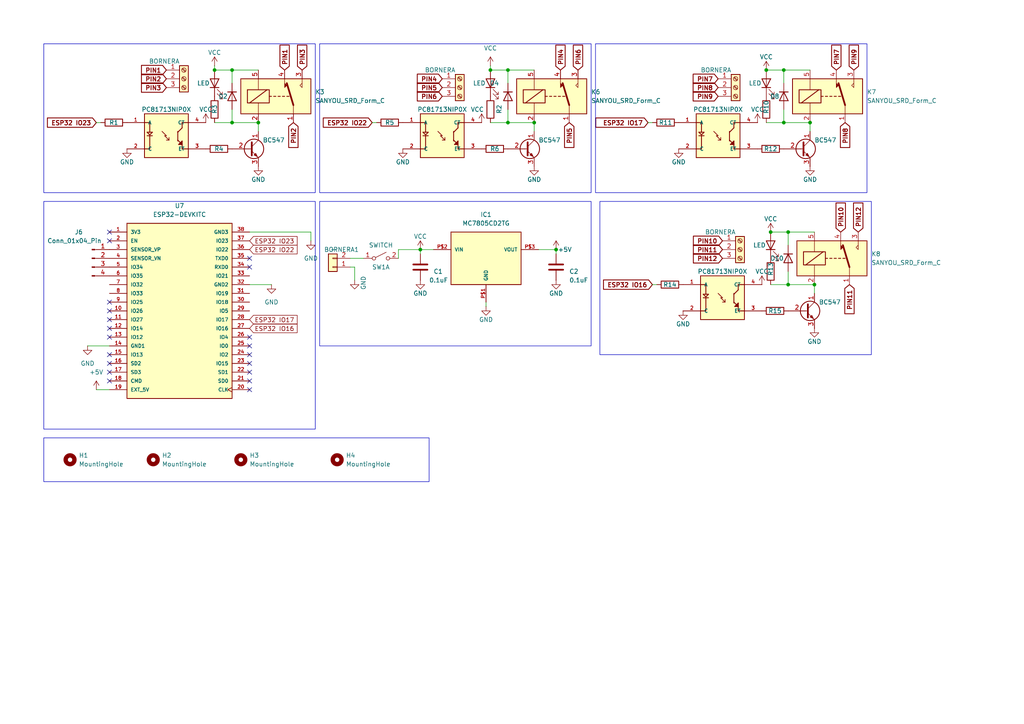
<source format=kicad_sch>
(kicad_sch (version 20231120) (generator "eeschema") (generator_version "8.0")
  (paper "A4")
  (lib_symbols
    (symbol "Connector:Conn_01x04_Pin" (pin_names (offset 1.016) hide)
      (property "Reference" "J" (at 0 5.08 0))
      (property "Value" "Conn_01x04_Pin" (at 0 -7.62 0))
      (symbol "Conn_01x04_Pin_1_1"
        (polyline (pts (xy 1.27 -5.08) (xy 0.8636 -5.08)) (stroke (width 0.1524)))
        (polyline (pts (xy 1.27 -2.54) (xy 0.8636 -2.54)) (stroke (width 0.1524)))
        (polyline (pts (xy 1.27 0) (xy 0.8636 0)) (stroke (width 0.1524)))
        (polyline (pts (xy 1.27 2.54) (xy 0.8636 2.54)) (stroke (width 0.1524)))
        (rectangle (start 0.8636 -4.953) (end 0 -5.207) (stroke (width 0.1524)) (fill (type outline)))
        (rectangle (start 0.8636 -2.413) (end 0 -2.667) (stroke (width 0.1524)) (fill (type outline)))
        (rectangle (start 0.8636 0.127) (end 0 -0.127) (stroke (width 0.1524)) (fill (type outline)))
        (rectangle (start 0.8636 2.667) (end 0 2.413) (stroke (width 0.1524)) (fill (type outline)))
        (pin passive line (at 5.08 2.54 180) (length 3.81) (name "Pin_1") (number "1"))
        (pin passive line (at 5.08 0 180) (length 3.81) (name "Pin_2") (number "2"))
        (pin passive line (at 5.08 -2.54 180) (length 3.81) (name "Pin_3") (number "3"))
        (pin passive line (at 5.08 -5.08 180) (length 3.81) (name "Pin_4") (number "4"))
      )
    )
    (symbol "Connector:Screw_Terminal_01x03" (pin_names (offset 1.016) hide)
      (property "Reference" "J" (at 0 5.08 0))
      (property "Value" "Screw_Terminal_01x03" (at 0 -5.08 0))
      (symbol "Screw_Terminal_01x03_1_1"
        (rectangle (start -1.27 3.81) (end 1.27 -3.81) (stroke (width 0.254)) (fill (type background)))
        (circle (center 0 -2.54) (radius 0.635) (stroke (width 0.1524)))
        (polyline (pts (xy -0.5334 -2.2098) (xy 0.3302 -3.048)) (stroke (width 0.1524)))
        (polyline (pts (xy -0.5334 0.3302) (xy 0.3302 -0.508)) (stroke (width 0.1524)))
        (polyline (pts (xy -0.5334 2.8702) (xy 0.3302 2.032)) (stroke (width 0.1524)))
        (polyline (pts (xy -0.3556 -2.032) (xy 0.508 -2.8702)) (stroke (width 0.1524)))
        (polyline (pts (xy -0.3556 0.508) (xy 0.508 -0.3302)) (stroke (width 0.1524)))
        (polyline (pts (xy -0.3556 3.048) (xy 0.508 2.2098)) (stroke (width 0.1524)))
        (circle (center 0 0) (radius 0.635) (stroke (width 0.1524)))
        (circle (center 0 2.54) (radius 0.635) (stroke (width 0.1524)))
        (pin passive line (at -5.08 2.54 0) (length 3.81) (name "Pin_1") (number "1"))
        (pin passive line (at -5.08 0 0) (length 3.81) (name "Pin_2") (number "2"))
        (pin passive line (at -5.08 -2.54 0) (length 3.81) (name "Pin_3") (number "3"))
      )
    )
    (symbol "Connector_Generic:Conn_01x02" (pin_names (offset 1.016) hide)
      (property "Reference" "J" (at 0 2.54 0))
      (property "Value" "Conn_01x02" (at 0 -5.08 0))
      (symbol "Conn_01x02_1_1"
        (rectangle (start -1.27 -2.413) (end 0 -2.667) (stroke (width 0.1524)))
        (rectangle (start -1.27 0.127) (end 0 -0.127) (stroke (width 0.1524)))
        (rectangle (start -1.27 1.27) (end 1.27 -3.81) (stroke (width 0.254)) (fill (type background)))
        (pin passive line (at -5.08 0 0) (length 3.81) (name "Pin_1") (number "1"))
        (pin passive line (at -5.08 -2.54 0) (length 3.81) (name "Pin_2") (number "2"))
      )
    )
    (symbol "Device:C" (pin_numbers hide) (pin_names (offset 0.254))
      (property "Reference" "C" (at 0.635 2.54 0))
      (property "Value" "C" (at 0.635 -2.54 0))
      (symbol "C_0_1"
        (polyline (pts (xy -2.032 -0.762) (xy 2.032 -0.762)) (stroke (width 0.508)))
        (polyline (pts (xy -2.032 0.762) (xy 2.032 0.762)) (stroke (width 0.508)))
      )
      (symbol "C_1_1"
        (pin passive line (at 0 3.81 270) (length 2.794) (name "~") (number "1"))
        (pin passive line (at 0 -3.81 90) (length 2.794) (name "~") (number "2"))
      )
    )
    (symbol "Device:D" (pin_numbers hide) (pin_names (offset 1.016) hide)
      (property "Reference" "D" (at 0 2.54 0))
      (property "Value" "D" (at 0 -2.54 0))
      (symbol "D_0_1"
        (polyline (pts (xy -1.27 1.27) (xy -1.27 -1.27)) (stroke (width 0.254)))
        (polyline (pts (xy 1.27 0) (xy -1.27 0)))
        (polyline (pts (xy 1.27 1.27) (xy 1.27 -1.27) (xy -1.27 0) (xy 1.27 1.27)) (stroke (width 0.254)))
      )
      (symbol "D_1_1"
        (pin passive line (at -3.81 0 0) (length 2.54) (name "K") (number "1"))
        (pin passive line (at 3.81 0 180) (length 2.54) (name "A") (number "2"))
      )
    )
    (symbol "Device:LED" (pin_numbers hide) (pin_names (offset 1.016) hide)
      (property "Reference" "D" (at 0 2.54 0))
      (property "Value" "LED" (at 0 -2.54 0))
      (symbol "LED_0_1"
        (polyline (pts (xy -1.27 -1.27) (xy -1.27 1.27)) (stroke (width 0.254)))
        (polyline (pts (xy -1.27 0) (xy 1.27 0)))
        (polyline (pts (xy 1.27 -1.27) (xy 1.27 1.27) (xy -1.27 0) (xy 1.27 -1.27)) (stroke (width 0.254)))
        (polyline (pts (xy -3.048 -0.762) (xy -4.572 -2.286) (xy -3.81 -2.286) (xy -4.572 -2.286) (xy -4.572 -1.524)))
        (polyline (pts (xy -1.778 -0.762) (xy -3.302 -2.286) (xy -2.54 -2.286) (xy -3.302 -2.286) (xy -3.302 -1.524)))
      )
      (symbol "LED_1_1"
        (pin passive line (at -3.81 0 0) (length 2.54) (name "K") (number "1"))
        (pin passive line (at 3.81 0 180) (length 2.54) (name "A") (number "2"))
      )
    )
    (symbol "Device:R" (pin_numbers hide) (pin_names (offset 0))
      (property "Reference" "R" (at 2.032 0 90))
      (property "Value" "R" (at 0 0 90))
      (symbol "R_0_1"
        (rectangle (start -1.016 -2.54) (end 1.016 2.54) (stroke (width 0.254)))
      )
      (symbol "R_1_1"
        (pin passive line (at 0 3.81 270) (length 1.27) (name "~") (number "1"))
        (pin passive line (at 0 -3.81 90) (length 1.27) (name "~") (number "2"))
      )
    )
    (symbol "ESP32-DEVKITC:ESP32-DEVKITC" (pin_names (offset 1.016))
      (property "Reference" "U" (at -15.2572 26.0643 0))
      (property "Value" "ESP32-DEVKITC" (at -15.2563 -27.9698 0))
      (symbol "ESP32-DEVKITC_0_0"
        (rectangle (start -15.24 -25.4) (end 15.24 25.4) (stroke (width 0.254)) (fill (type background)))
        (pin power_in line (at -20.32 22.86 0) (length 5.08) (name "3V3") (number "1"))
        (pin bidirectional line (at -20.32 0 0) (length 5.08) (name "IO26") (number "10"))
        (pin bidirectional line (at -20.32 -2.54 0) (length 5.08) (name "IO27") (number "11"))
        (pin bidirectional line (at -20.32 -5.08 0) (length 5.08) (name "IO14") (number "12"))
        (pin bidirectional line (at -20.32 -7.62 0) (length 5.08) (name "IO12") (number "13"))
        (pin power_in line (at -20.32 -10.16 0) (length 5.08) (name "GND1") (number "14"))
        (pin bidirectional line (at -20.32 -12.7 0) (length 5.08) (name "IO13") (number "15"))
        (pin bidirectional line (at -20.32 -15.24 0) (length 5.08) (name "SD2") (number "16"))
        (pin bidirectional line (at -20.32 -17.78 0) (length 5.08) (name "SD3") (number "17"))
        (pin bidirectional line (at -20.32 -20.32 0) (length 5.08) (name "CMD") (number "18"))
        (pin power_in line (at -20.32 -22.86 0) (length 5.08) (name "EXT_5V") (number "19"))
        (pin input line (at -20.32 20.32 0) (length 5.08) (name "EN") (number "2"))
        (pin input clock (at 20.32 -22.86 180) (length 5.08) (name "CLK") (number "20"))
        (pin bidirectional line (at 20.32 -20.32 180) (length 5.08) (name "SD0") (number "21"))
        (pin bidirectional line (at 20.32 -17.78 180) (length 5.08) (name "SD1") (number "22"))
        (pin bidirectional line (at 20.32 -15.24 180) (length 5.08) (name "IO15") (number "23"))
        (pin bidirectional line (at 20.32 -12.7 180) (length 5.08) (name "IO2") (number "24"))
        (pin bidirectional line (at 20.32 -10.16 180) (length 5.08) (name "IO0") (number "25"))
        (pin bidirectional line (at 20.32 -7.62 180) (length 5.08) (name "IO4") (number "26"))
        (pin bidirectional line (at 20.32 -5.08 180) (length 5.08) (name "IO16") (number "27"))
        (pin bidirectional line (at 20.32 -2.54 180) (length 5.08) (name "IO17") (number "28"))
        (pin bidirectional line (at 20.32 0 180) (length 5.08) (name "IO5") (number "29"))
        (pin input line (at -20.32 17.78 0) (length 5.08) (name "SENSOR_VP") (number "3"))
        (pin bidirectional line (at 20.32 2.54 180) (length 5.08) (name "IO18") (number "30"))
        (pin bidirectional line (at 20.32 5.08 180) (length 5.08) (name "IO19") (number "31"))
        (pin power_in line (at 20.32 7.62 180) (length 5.08) (name "GND2") (number "32"))
        (pin bidirectional line (at 20.32 10.16 180) (length 5.08) (name "IO21") (number "33"))
        (pin input line (at 20.32 12.7 180) (length 5.08) (name "RXD0") (number "34"))
        (pin output line (at 20.32 15.24 180) (length 5.08) (name "TXD0") (number "35"))
        (pin bidirectional line (at 20.32 17.78 180) (length 5.08) (name "IO22") (number "36"))
        (pin bidirectional line (at 20.32 20.32 180) (length 5.08) (name "IO23") (number "37"))
        (pin power_in line (at 20.32 22.86 180) (length 5.08) (name "GND3") (number "38"))
        (pin input line (at -20.32 15.24 0) (length 5.08) (name "SENSOR_VN") (number "4"))
        (pin bidirectional line (at -20.32 12.7 0) (length 5.08) (name "IO34") (number "5"))
        (pin bidirectional line (at -20.32 10.16 0) (length 5.08) (name "IO35") (number "6"))
        (pin bidirectional line (at -20.32 7.62 0) (length 5.08) (name "IO32") (number "7"))
        (pin bidirectional line (at -20.32 5.08 0) (length 5.08) (name "IO33") (number "8"))
        (pin bidirectional line (at -20.32 2.54 0) (length 5.08) (name "IO25") (number "9"))
      )
    )
    (symbol "MC7805CD2TG:MC7805CD2TG" (pin_names (offset 1.016))
      (property "Reference" "IC" (at -5.08 12.7 0))
      (symbol "MC7805CD2TG_0_0"
        (rectangle (start -10.16 -5.08) (end 10.16 10.16) (stroke (width 0.254)) (fill (type background)))
        (pin bidirectional line (at 0 -10.16 90) (length 5.08) (name "GND") (number "P$1"))
        (pin bidirectional line (at -15.24 5.08 0) (length 5.08) (name "VIN") (number "P$2"))
        (pin bidirectional line (at 15.24 5.08 180) (length 5.08) (name "VOUT") (number "P$3"))
      )
    )
    (symbol "Mechanical:MountingHole" (pin_names (offset 1.016)) (exclude_from_sim yes) (in_bom no)
      (property "Reference" "H" (at 0 5.08 0))
      (property "Value" "MountingHole" (at 0 3.175 0))
      (symbol "MountingHole_0_1"
        (circle (center 0 0) (radius 1.27) (stroke (width 1.27)))
      )
    )
    (symbol "PC81713NIP0X:PC81713NIP0X" (pin_names (offset 1.016))
      (property "Reference" "U" (at -5.0866 10.1732 0))
      (property "Value" "PC81713NIP0X" (at -5.0839 -7.6258 0))
      (symbol "PC81713NIP0X_0_0"
        (rectangle (start -5.08 -5.08) (end 7.62 7.62) (stroke (width 0.254)) (fill (type background)))
        (polyline (pts (xy -5.08 5.08) (xy -3.556 5.08)) (stroke (width 0.254)))
        (polyline (pts (xy -4.318 1.27) (xy -2.794 1.27)) (stroke (width 0.254)))
        (polyline (pts (xy -4.318 2.286) (xy -3.556 1.524)) (stroke (width 0.254)))
        (polyline (pts (xy -3.556 -2.54) (xy -5.08 -2.54)) (stroke (width 0.254)))
        (polyline (pts (xy -3.556 1.27) (xy -3.556 -2.54)) (stroke (width 0.254)))
        (polyline (pts (xy -3.556 1.524) (xy -2.794 2.286)) (stroke (width 0.254)))
        (polyline (pts (xy -3.556 2.286) (xy -4.318 2.286)) (stroke (width 0.254)))
        (polyline (pts (xy -3.556 2.286) (xy -2.794 2.286)) (stroke (width 0.254)))
        (polyline (pts (xy -3.556 5.08) (xy -3.556 2.286)) (stroke (width 0.254)))
        (polyline (pts (xy 0 2.54) (xy 1.27 1.27)) (stroke (width 0.2032)))
        (polyline (pts (xy 0.762 1.27) (xy 2.032 0)) (stroke (width 0.2032)))
        (polyline (pts (xy 1.27 1.27) (xy 0.762 1.27)) (stroke (width 0.2032)))
        (polyline (pts (xy 2.032 0) (xy 1.27 0)) (stroke (width 0.2032)))
        (polyline (pts (xy 2.032 0) (xy 2.032 0.762)) (stroke (width 0.2032)))
        (polyline (pts (xy 4.572 0) (xy 4.572 -0.254)) (stroke (width 0.254)))
        (polyline (pts (xy 4.572 0) (xy 5.842 -1.27)) (stroke (width 0.254)))
        (polyline (pts (xy 4.572 2.286) (xy 4.572 0)) (stroke (width 0.254)))
        (polyline (pts (xy 4.572 2.286) (xy 4.572 2.54)) (stroke (width 0.254)))
        (polyline (pts (xy 4.826 -1.27) (xy 5.588 -1.27)) (stroke (width 0.254)))
        (polyline (pts (xy 5.08 -1.016) (xy 4.826 -1.27)) (stroke (width 0.254)))
        (polyline (pts (xy 5.08 -1.016) (xy 5.334 -1.016)) (stroke (width 0.254)))
        (polyline (pts (xy 5.334 -1.016) (xy 5.588 -1.27)) (stroke (width 0.254)))
        (polyline (pts (xy 5.588 -1.27) (xy 5.588 -0.762)) (stroke (width 0.254)))
        (polyline (pts (xy 5.588 -1.27) (xy 5.842 -1.27)) (stroke (width 0.254)))
        (polyline (pts (xy 5.588 -0.762) (xy 5.334 -1.016)) (stroke (width 0.254)))
        (polyline (pts (xy 5.588 -0.762) (xy 5.842 -0.508)) (stroke (width 0.254)))
        (polyline (pts (xy 5.842 -2.54) (xy 7.62 -2.54)) (stroke (width 0.254)))
        (polyline (pts (xy 5.842 -1.27) (xy 5.842 -2.54)) (stroke (width 0.254)))
        (polyline (pts (xy 5.842 -1.27) (xy 5.842 -1.016)) (stroke (width 0.254)))
        (polyline (pts (xy 5.842 -1.016) (xy 5.588 -0.762)) (stroke (width 0.254)))
        (polyline (pts (xy 5.842 -1.016) (xy 5.842 -0.508)) (stroke (width 0.254)))
        (polyline (pts (xy 5.842 -0.508) (xy 5.842 -0.254)) (stroke (width 0.254)))
        (polyline (pts (xy 5.842 -0.254) (xy 5.08 -1.016)) (stroke (width 0.254)))
        (polyline (pts (xy 5.842 3.556) (xy 4.572 2.286)) (stroke (width 0.254)))
        (polyline (pts (xy 5.842 5.08) (xy 5.842 3.556)) (stroke (width 0.254)))
        (polyline (pts (xy 7.62 5.08) (xy 5.842 5.08)) (stroke (width 0.254)))
        (pin passive line (at -10.16 5.08 0) (length 5.08) (name "A") (number "1"))
        (pin passive line (at -10.16 -2.54 0) (length 5.08) (name "C") (number "2"))
        (pin passive line (at 12.7 -2.54 180) (length 5.08) (name "ET") (number "3"))
        (pin passive line (at 12.7 5.08 180) (length 5.08) (name "CT") (number "4"))
      )
    )
    (symbol "R_1" (pin_numbers hide) (pin_names (offset 0) hide)
      (property "Reference" "R" (at 2.032 0 90))
      (property "Value" "R" (at 0 0 90))
      (symbol "R_1_0_1"
        (rectangle (start -1.016 -2.54) (end 1.016 2.54) (stroke (width 0.254)))
      )
      (symbol "R_1_1_1"
        (pin passive line (at 0 3.81 270) (length 1.27) (name "~") (number "1"))
        (pin passive line (at 0 -3.81 90) (length 1.27) (name "~") (number "2"))
      )
    )
    (symbol "Relay:SANYOU_SRD_Form_C"
      (property "Reference" "K" (at 11.43 3.81 0))
      (property "Value" "SANYOU_SRD_Form_C" (at 11.43 1.27 0))
      (symbol "SANYOU_SRD_Form_C_0_0"
        (polyline (pts (xy 7.62 5.08) (xy 7.62 2.54) (xy 6.985 3.175) (xy 7.62 3.81)))
      )
      (symbol "SANYOU_SRD_Form_C_0_1"
        (rectangle (start -10.16 5.08) (end 10.16 -5.08) (stroke (width 0.254)) (fill (type background)))
        (rectangle (start -8.255 1.905) (end -1.905 -1.905) (stroke (width 0.254)))
        (polyline (pts (xy -7.62 -1.905) (xy -2.54 1.905)) (stroke (width 0.254)))
        (polyline (pts (xy -5.08 -5.08) (xy -5.08 -1.905)))
        (polyline (pts (xy -5.08 5.08) (xy -5.08 1.905)))
        (polyline (pts (xy -1.905 0) (xy -1.27 0)) (stroke (width 0.254)))
        (polyline (pts (xy -0.635 0) (xy 0 0)) (stroke (width 0.254)))
        (polyline (pts (xy 0.635 0) (xy 1.27 0)) (stroke (width 0.254)))
        (polyline (pts (xy 1.905 0) (xy 2.54 0)) (stroke (width 0.254)))
        (polyline (pts (xy 3.175 0) (xy 3.81 0)) (stroke (width 0.254)))
        (polyline (pts (xy 5.08 -2.54) (xy 3.175 3.81)) (stroke (width 0.508)))
        (polyline (pts (xy 5.08 -2.54) (xy 5.08 -5.08)))
      )
      (symbol "SANYOU_SRD_Form_C_1_1"
        (polyline (pts (xy 2.54 3.81) (xy 3.175 3.175) (xy 2.54 2.54) (xy 2.54 5.08)) (fill (type outline)))
        (pin passive line (at 5.08 -7.62 90) (length 2.54) (name "~") (number "1"))
        (pin passive line (at -5.08 -7.62 90) (length 2.54) (name "~") (number "2"))
        (pin passive line (at 7.62 7.62 270) (length 2.54) (name "~") (number "3"))
        (pin passive line (at 2.54 7.62 270) (length 2.54) (name "~") (number "4"))
        (pin passive line (at -5.08 7.62 270) (length 2.54) (name "~") (number "5"))
      )
    )
    (symbol "Switch:SW_DPST_x2" (pin_names (offset 0) hide)
      (property "Reference" "SW" (at 0 3.175 0))
      (property "Value" "SW_DPST_x2" (at 0 -2.54 0))
      (symbol "SW_DPST_x2_0_0"
        (circle (center -2.032 0) (radius 0.508))
        (polyline (pts (xy -1.524 0.254) (xy 1.524 1.778)))
        (circle (center 2.032 0) (radius 0.508))
      )
      (symbol "SW_DPST_x2_1_1"
        (pin passive line (at -5.08 0 0) (length 2.54) (name "A") (number "1"))
        (pin passive line (at 5.08 0 180) (length 2.54) (name "B") (number "2"))
      )
      (symbol "SW_DPST_x2_2_1"
        (pin passive line (at -5.08 0 0) (length 2.54) (name "A") (number "3"))
        (pin passive line (at 5.08 0 180) (length 2.54) (name "B") (number "4"))
      )
    )
    (symbol "Transistor_BJT:BC547" (pin_names (offset 0) hide)
      (property "Reference" "Q" (at 5.08 1.905 0))
      (property "Value" "BC547" (at 5.08 0 0))
      (symbol "BC547_0_1"
        (polyline (pts (xy 0 0) (xy 0.635 0)))
        (polyline (pts (xy 0.635 0.635) (xy 2.54 2.54)))
        (polyline (pts (xy 0.635 -0.635) (xy 2.54 -2.54) (xy 2.54 -2.54)))
        (polyline (pts (xy 0.635 1.905) (xy 0.635 -1.905) (xy 0.635 -1.905)) (stroke (width 0.508)))
        (polyline (pts (xy 1.27 -1.778) (xy 1.778 -1.27) (xy 2.286 -2.286) (xy 1.27 -1.778) (xy 1.27 -1.778)) (fill (type outline)))
        (circle (center 1.27 0) (radius 2.8194) (stroke (width 0.254)))
      )
      (symbol "BC547_1_1"
        (pin passive line (at 2.54 5.08 270) (length 2.54) (name "C") (number "1"))
        (pin input line (at -5.08 0 0) (length 5.08) (name "B") (number "2"))
        (pin passive line (at 2.54 -5.08 90) (length 2.54) (name "E") (number "3"))
      )
    )
    (symbol "power:+12V" (power) (pin_numbers hide) (pin_names (offset 0) hide)
      (property "Value" "+12V" (at 0 3.556 0))
      (symbol "+12V_0_1"
        (polyline (pts (xy -0.762 1.27) (xy 0 2.54)))
        (polyline (pts (xy 0 0) (xy 0 2.54)))
        (polyline (pts (xy 0 2.54) (xy 0.762 1.27)))
      )
      (symbol "+12V_1_1"
        (pin power_in line (at 0 0 90) (length 0) (name "~") (number "1"))
      )
    )
    (symbol "power:+5V" (power) (pin_numbers hide) (pin_names (offset 0) hide)
      (property "Value" "+5V" (at 0 3.556 0))
      (symbol "+5V_0_1"
        (polyline (pts (xy -0.762 1.27) (xy 0 2.54)))
        (polyline (pts (xy 0 0) (xy 0 2.54)))
        (polyline (pts (xy 0 2.54) (xy 0.762 1.27)))
      )
      (symbol "+5V_1_1"
        (pin power_in line (at 0 0 90) (length 0) (name "~") (number "1"))
      )
    )
    (symbol "power:GND" (power) (pin_numbers hide) (pin_names (offset 0) hide)
      (property "Value" "GND" (at 0 -3.81 0))
      (symbol "GND_0_1"
        (polyline (pts (xy 0 0) (xy 0 -1.27) (xy 1.27 -1.27) (xy 0 -2.54) (xy -1.27 -1.27) (xy 0 -1.27)))
      )
      (symbol "GND_1_1"
        (pin power_in line (at 0 0 270) (length 0) (name "~") (number "1"))
      )
    )
  )
  (junction (at 234.95 35.56))
  (junction (at 74.93 35.56))
  (junction (at 161.29 72.39))
  (junction (at 222.25 20.32))
  (junction (at 227.33 35.56))
  (junction (at 67.31 20.32))
  (junction (at 67.31 35.56))
  (junction (at 228.6 67.31))
  (junction (at 154.94 35.56))
  (junction (at 147.32 20.32))
  (junction (at 121.92 72.39))
  (junction (at 228.6 82.55))
  (junction (at 236.22 82.55))
  (junction (at 227.33 20.32))
  (junction (at 147.32 35.56))
  (junction (at 142.24 20.32))
  (junction (at 62.23 20.32))
  (junction (at 223.52 67.31))
  (no_connect (at 31.75 69.85))
  (no_connect (at 72.39 102.87))
  (no_connect (at 31.75 105.41))
  (no_connect (at 72.39 100.33))
  (no_connect (at 31.75 110.49))
  (no_connect (at 31.75 97.79))
  (no_connect (at 72.39 107.95))
  (no_connect (at 72.39 74.93))
  (no_connect (at 72.39 77.47))
  (no_connect (at 72.39 113.03))
  (no_connect (at 72.39 110.49))
  (no_connect (at 31.75 95.25))
  (no_connect (at 31.75 87.63))
  (no_connect (at 31.75 102.87))
  (no_connect (at 31.75 90.17))
  (no_connect (at 72.39 97.79))
  (no_connect (at 31.75 67.31))
  (no_connect (at 31.75 92.71))
  (no_connect (at 31.75 107.95))
  (no_connect (at 72.39 105.41))
  (wire (pts (xy 90.17 67.31) (xy 72.39 67.31)))
  (wire (pts (xy 115.57 72.39) (xy 115.57 74.93)))
  (wire (pts (xy 223.52 82.55) (xy 228.6 82.55)))
  (wire (pts (xy 142.24 20.32) (xy 147.32 20.32)))
  (wire (pts (xy 67.31 20.32) (xy 67.31 24.13)))
  (wire (pts (xy 115.57 72.39) (xy 121.92 72.39)))
  (wire (pts (xy 121.92 72.39) (xy 121.92 73.66)))
  (wire (pts (xy 25.4 100.33) (xy 31.75 100.33)))
  (wire (pts (xy 72.39 82.55) (xy 78.74 82.55)))
  (wire (pts (xy 227.33 20.32) (xy 227.33 24.13)))
  (wire (pts (xy 234.95 35.56) (xy 234.95 38.1)))
  (wire (pts (xy 102.87 77.47) (xy 102.87 81.28)))
  (wire (pts (xy 222.25 35.56) (xy 227.33 35.56)))
  (wire (pts (xy 107.95 35.56) (xy 109.22 35.56)))
  (wire (pts (xy 187.96 35.56) (xy 189.23 35.56)))
  (wire (pts (xy 222.25 20.32) (xy 227.33 20.32)))
  (wire (pts (xy 147.32 31.75) (xy 147.32 35.56)))
  (wire (pts (xy 228.6 82.55) (xy 236.22 82.55)))
  (wire (pts (xy 236.22 82.55) (xy 236.22 85.09)))
  (wire (pts (xy 90.17 69.85) (xy 90.17 67.31)))
  (wire (pts (xy 67.31 20.32) (xy 74.93 20.32)))
  (wire (pts (xy 147.32 20.32) (xy 154.94 20.32)))
  (wire (pts (xy 156.21 72.39) (xy 161.29 72.39)))
  (wire (pts (xy 27.94 35.56) (xy 29.21 35.56)))
  (wire (pts (xy 62.23 20.32) (xy 67.31 20.32)))
  (wire (pts (xy 147.32 35.56) (xy 154.94 35.56)))
  (wire (pts (xy 142.24 19.05) (xy 142.24 20.32)))
  (wire (pts (xy 74.93 35.56) (xy 74.93 38.1)))
  (wire (pts (xy 67.31 31.75) (xy 67.31 35.56)))
  (wire (pts (xy 125.73 72.39) (xy 121.92 72.39)))
  (wire (pts (xy 228.6 78.74) (xy 228.6 82.55)))
  (wire (pts (xy 101.6 77.47) (xy 102.87 77.47)))
  (wire (pts (xy 227.33 35.56) (xy 234.95 35.56)))
  (wire (pts (xy 189.23 82.55) (xy 190.5 82.55)))
  (wire (pts (xy 228.6 67.31) (xy 228.6 71.12)))
  (wire (pts (xy 67.31 35.56) (xy 74.93 35.56)))
  (wire (pts (xy 147.32 20.32) (xy 147.32 24.13)))
  (wire (pts (xy 227.33 20.32) (xy 234.95 20.32)))
  (wire (pts (xy 140.97 88.9) (xy 140.97 87.63)))
  (wire (pts (xy 101.6 74.93) (xy 105.41 74.93)))
  (wire (pts (xy 62.23 19.05) (xy 62.23 20.32)))
  (wire (pts (xy 154.94 35.56) (xy 154.94 38.1)))
  (wire (pts (xy 223.52 67.31) (xy 228.6 67.31)))
  (wire (pts (xy 227.33 31.75) (xy 227.33 35.56)))
  (wire (pts (xy 142.24 35.56) (xy 147.32 35.56)))
  (wire (pts (xy 62.23 35.56) (xy 67.31 35.56)))
  (wire (pts (xy 228.6 67.31) (xy 236.22 67.31)))
  (wire (pts (xy 161.29 72.39) (xy 161.29 73.66)))
  (wire (pts (xy 27.94 113.03) (xy 31.75 113.03)))
  (rectangle (start 173.99 58.42) (end 252.73 102.87))
  (rectangle (start 92.71 12.7) (end 171.45 55.88))
  (rectangle (start 12.7 12.7) (end 91.44 55.88))
  (rectangle (start 172.72 12.7) (end 251.46 55.88))
  (rectangle (start 12.7 58.42) (end 91.44 124.46))
  (rectangle (start 92.71 58.42) (end 171.45 100.33))
  (rectangle (start 12.7 127) (end 124.46 139.7))
  (global_label "PIN11" (shape input) (at 246.38 82.55 270) (effects (font (thickness 0.254) (bold yes))) (property "Intersheetrefs" "${INTERSHEET_REFS}" (effects (hide yes))))
  (global_label "ESP32 IO17" (shape input) (at 72.39 92.71 0) (property "Intersheetrefs" "${INTERSHEET_REFS}" (effects (hide yes))))
  (global_label "PIN9" (shape input) (at 208.28 27.94 180) (effects (font (thickness 0.254) (bold yes))) (property "Intersheetrefs" "${INTERSHEET_REFS}" (effects (hide yes))))
  (global_label "PIN3" (shape input) (at 87.63 20.32 90) (effects (font (thickness 0.254) (bold yes))) (property "Intersheetrefs" "${INTERSHEET_REFS}" (effects (hide yes))))
  (global_label "PIN4" (shape input) (at 162.56 20.32 90) (effects (font (thickness 0.254) (bold yes))) (property "Intersheetrefs" "${INTERSHEET_REFS}" (effects (hide yes))))
  (global_label "ESP32 IO22" (shape input) (at 107.95 35.56 180) (effects (font (thickness 0.254) (bold yes))) (property "Intersheetrefs" "${INTERSHEET_REFS}" (effects (hide yes))))
  (global_label "PIN5" (shape input) (at 165.1 35.56 270) (effects (font (thickness 0.254) (bold yes))) (property "Intersheetrefs" "${INTERSHEET_REFS}" (effects (hide yes))))
  (global_label "PIN2" (shape input) (at 85.09 35.56 270) (effects (font (thickness 0.254) (bold yes))) (property "Intersheetrefs" "${INTERSHEET_REFS}" (effects (hide yes))))
  (global_label "PIN12" (shape input) (at 248.92 67.31 90) (effects (font (thickness 0.254) (bold yes))) (property "Intersheetrefs" "${INTERSHEET_REFS}" (effects (hide yes))))
  (global_label "PIN3" (shape input) (at 48.26 25.4 180) (effects (font (thickness 0.254) (bold yes))) (property "Intersheetrefs" "${INTERSHEET_REFS}" (effects (hide yes))))
  (global_label "PIN8" (shape input) (at 245.11 35.56 270) (effects (font (thickness 0.254) (bold yes))) (property "Intersheetrefs" "${INTERSHEET_REFS}" (effects (hide yes))))
  (global_label "ESP32 IO22" (shape input) (at 72.39 72.39 0) (property "Intersheetrefs" "${INTERSHEET_REFS}" (effects (hide yes))))
  (global_label "PIN7" (shape input) (at 208.28 22.86 180) (effects (font (thickness 0.254) (bold yes))) (property "Intersheetrefs" "${INTERSHEET_REFS}" (effects (hide yes))))
  (global_label "PIN10" (shape input) (at 209.55 69.85 180) (effects (font (thickness 0.254) (bold yes))) (property "Intersheetrefs" "${INTERSHEET_REFS}" (effects (hide yes))))
  (global_label "ESP32 IO23" (shape input) (at 72.39 69.85 0) (effects (font (thickness 0.1588))) (property "Intersheetrefs" "${INTERSHEET_REFS}" (effects (hide yes))))
  (global_label "PIN1" (shape input) (at 82.55 20.32 90) (effects (font (thickness 0.254) (bold yes))) (property "Intersheetrefs" "${INTERSHEET_REFS}" (effects (hide yes))))
  (global_label "PIN5" (shape input) (at 128.27 25.4 180) (effects (font (thickness 0.254) (bold yes))) (property "Intersheetrefs" "${INTERSHEET_REFS}" (effects (hide yes))))
  (global_label "ESP32 IO16" (shape input) (at 189.23 82.55 180) (effects (font (thickness 0.254) (bold yes))) (property "Intersheetrefs" "${INTERSHEET_REFS}" (effects (hide yes))))
  (global_label "PIN8" (shape input) (at 208.28 25.4 180) (effects (font (thickness 0.254) (bold yes))) (property "Intersheetrefs" "${INTERSHEET_REFS}" (effects (hide yes))))
  (global_label "PIN4" (shape input) (at 128.27 22.86 180) (effects (font (thickness 0.254) (bold yes))) (property "Intersheetrefs" "${INTERSHEET_REFS}" (effects (hide yes))))
  (global_label "PIN1" (shape input) (at 48.26 20.32 180) (effects (font (thickness 0.254) (bold yes))) (property "Intersheetrefs" "${INTERSHEET_REFS}" (effects (hide yes))))
  (global_label "PIN9" (shape input) (at 247.65 20.32 90) (effects (font (thickness 0.254) (bold yes))) (property "Intersheetrefs" "${INTERSHEET_REFS}" (effects (hide yes))))
  (global_label "PIN6" (shape input) (at 128.27 27.94 180) (effects (font (thickness 0.254) (bold yes))) (property "Intersheetrefs" "${INTERSHEET_REFS}" (effects (hide yes))))
  (global_label "PIN10" (shape input) (at 243.84 67.31 90) (effects (font (thickness 0.254) (bold yes))) (property "Intersheetrefs" "${INTERSHEET_REFS}" (effects (hide yes))))
  (global_label "PIN7" (shape input) (at 242.57 20.32 90) (effects (font (thickness 0.254) (bold yes))) (property "Intersheetrefs" "${INTERSHEET_REFS}" (effects (hide yes))))
  (global_label "ESP32 IO16" (shape input) (at 72.39 95.25 0) (property "Intersheetrefs" "${INTERSHEET_REFS}" (effects (hide yes))))
  (global_label "PIN11" (shape input) (at 209.55 72.39 180) (effects (font (thickness 0.254) (bold yes))) (property "Intersheetrefs" "${INTERSHEET_REFS}" (effects (hide yes))))
  (global_label "PIN12" (shape input) (at 209.55 74.93 180) (effects (font (thickness 0.254) (bold yes))) (property "Intersheetrefs" "${INTERSHEET_REFS}" (effects (hide yes))))
  (global_label "PIN6" (shape input) (at 167.64 20.32 90) (effects (font (thickness 0.254) (bold yes))) (property "Intersheetrefs" "${INTERSHEET_REFS}" (effects (hide yes))))
  (global_label "PIN2" (shape input) (at 48.26 22.86 180) (effects (font (thickness 0.254) (bold yes))) (property "Intersheetrefs" "${INTERSHEET_REFS}" (effects (hide yes))))
  (global_label "ESP32 IO23" (shape input) (at 27.94 35.56 180) (effects (font (thickness 0.254) (bold yes))) (property "Intersheetrefs" "${INTERSHEET_REFS}" (effects (hide yes))))
  (global_label " ESP32 IO17" (shape input) (at 187.96 35.56 180) (effects (font (thickness 0.254) (bold yes))) (property "Intersheetrefs" "${INTERSHEET_REFS}" (effects (hide yes))))
  (symbol (lib_id "Relay:SANYOU_SRD_Form_C") (at 241.3 74.93 0) (unit 1)
    (property "Reference" "K8" (at 252.73 73.6599 0) (effects (justify left)))
    (property "Value" "SANYOU_SRD_Form_C" (at 252.73 76.1999 0) (effects (justify left)))
    (property "Footprint" "Relay_THT:Relay_SPDT_SANYOU_SRD_Series_Form_C" (effects (hide yes)))
    (property "Datasheet" "http://www.sanyourelay.ca/public/products/pdf/SRD.pdf" (effects (hide yes)))
    (property "Description" "Sanyo SRD relay, Single Pole Miniature Power Relay," (effects (hide yes)))
  )
  (symbol (lib_id "Relay:SANYOU_SRD_Form_C") (at 240.03 27.94 0) (unit 1)
    (property "Reference" "K7" (at 251.46 26.6699 0) (effects (justify left)))
    (property "Value" "SANYOU_SRD_Form_C" (at 251.46 29.2099 0) (effects (justify left)))
    (property "Footprint" "Relay_THT:Relay_SPDT_SANYOU_SRD_Series_Form_C" (effects (hide yes)))
    (property "Datasheet" "http://www.sanyourelay.ca/public/products/pdf/SRD.pdf" (effects (hide yes)))
    (property "Description" "Sanyo SRD relay, Single Pole Miniature Power Relay," (effects (hide yes)))
  )
  (symbol (lib_id "Device:R") (at 113.03 35.56 90) (unit 1)
    (property "Reference" "R5" (at 113.03 35.56 90))
    (property "Value" "R" (effects (hide yes)))
    (property "Footprint" "Resistor_SMD:R_0805_2012Metric" (effects (hide yes)))
    (property "Description" "Resistor" (effects (hide yes)))
  )
  (symbol (lib_name "R_1") (lib_id "Device:R") (at 224.79 90.17 90) (unit 1)
    (property "Reference" "R15" (at 224.79 90.17 90))
    (property "Value" "R" (effects (hide yes)))
    (property "Footprint" "Resistor_SMD:R_0805_2012Metric" (effects (hide yes)))
    (property "Description" "Resistor" (effects (hide yes)))
  )
  (symbol (lib_id "Device:R") (at 62.23 31.75 0) (unit 1)
    (property "Reference" "R3" (at 62.23 33.02 90) (effects (justify left)))
    (property "Value" "R" (effects (hide yes)))
    (property "Footprint" "Resistor_SMD:R_0805_2012Metric" (effects (hide yes)))
    (property "Description" "Resistor" (effects (hide yes)))
  )
  (symbol (lib_id "power:+5V") (at 161.29 72.39 0) (unit 1)
    (property "Reference" "#PWR023" (effects (hide yes)))
    (property "Value" "+5V" (at 163.83 72.39 0))
    (property "Description" "Power symbol creates a global label with name \"+5V\"" (effects (hide yes)))
  )
  (symbol (lib_id "Device:D") (at 67.31 27.94 270) (unit 1)
    (property "Reference" "D2" (at 66.04 27.94 90) (effects (justify right)))
    (property "Value" "D" (effects (hide yes)))
    (property "Footprint" "Diode_SMD:D_SMA" (effects (hide yes)))
    (property "Description" "Diode" (effects (hide yes)))
    (property "Sim.Device" "D" (effects (hide yes)))
    (property "Sim.Pins" "1=K 2=A" (effects (hide yes)))
  )
  (symbol (lib_id "power:+12V") (at 121.92 72.39 0) (unit 1)
    (property "Reference" "#PWR022" (effects (hide yes)))
    (property "Value" "VCC" (at 121.92 68.58 0))
    (property "Description" "Power symbol creates a global label with name \"+12V\"" (effects (hide yes)))
  )
  (symbol (lib_id "power:GND") (at 25.4 100.33 0) (unit 1)
    (property "Reference" "#PWR026" (effects (hide yes)))
    (property "Value" "GND" (at 25.4 105.41 0))
    (property "Description" "Power symbol creates a global label with name \"GND\" , ground" (effects (hide yes)))
  )
  (symbol (lib_id "Connector:Screw_Terminal_01x03") (at 133.35 25.4 0) (unit 1)
    (property "Reference" "J2" (effects (hide yes)))
    (property "Value" "BORNERA" (at 123.19 20.32 0) (effects (justify left)))
    (property "Footprint" "TerminalBlock:TerminalBlock_bornier-3_P5.08mm" (effects (hide yes)))
    (property "Description" "Generic screw terminal, single row, 01x03, script generated (kicad-library-utils/schlib/autogen/connector/)" (effects (hide yes)))
  )
  (symbol (lib_id "power:GND") (at 102.87 81.28 0) (unit 1)
    (property "Reference" "#PWR09" (effects (hide yes)))
    (property "Value" "GND" (at 105.41 80.01 90) (effects (justify right)))
    (property "Description" "Power symbol creates a global label with name \"GND\" , ground" (effects (hide yes)))
  )
  (symbol (lib_id "power:GND") (at 116.84 43.18 0) (unit 1)
    (property "Reference" "#PWR06" (effects (hide yes)))
    (property "Value" "GND" (at 116.84 46.99 0))
    (property "Description" "Power symbol creates a global label with name \"GND\" , ground" (effects (hide yes)))
  )
  (symbol (lib_id "power:GND") (at 90.17 69.85 0) (unit 1)
    (property "Reference" "#PWR010" (effects (hide yes)))
    (property "Value" "GND" (at 90.17 74.93 0))
    (property "Description" "Power symbol creates a global label with name \"GND\" , ground" (effects (hide yes)))
  )
  (symbol (lib_id "Device:LED") (at 142.24 24.13 90) (unit 1)
    (property "Reference" "D1" (effects (hide yes)))
    (property "Value" "LED" (at 137.16 24.13 90) (effects (justify right)))
    (property "Footprint" "LED_SMD:LED_0805_2012Metric_Pad1.15x1.40mm_HandSolder" (effects (hide yes)))
    (property "Description" "Light emitting diode" (effects (hide yes)))
  )
  (symbol (lib_id "power:+12V") (at 223.52 67.31 0) (unit 1)
    (property "Reference" "#PWR019" (effects (hide yes)))
    (property "Value" "VCC" (at 223.52 63.5 0))
    (property "Description" "Power symbol creates a global label with name \"+12V\"" (effects (hide yes)))
  )
  (symbol (lib_id "Device:LED") (at 222.25 24.13 90) (unit 1)
    (property "Reference" "D7" (effects (hide yes)))
    (property "Value" "LED" (at 217.17 24.13 90) (effects (justify right)))
    (property "Footprint" "LED_SMD:LED_0805_2012Metric_Pad1.15x1.40mm_HandSolder" (effects (hide yes)))
    (property "Description" "Light emitting diode" (effects (hide yes)))
  )
  (symbol (lib_id "Device:C") (at 121.92 77.47 0) (unit 1)
    (property "Reference" "C1" (at 125.73 78.74 0) (effects (justify left)))
    (property "Value" "0.1uF" (at 124.46 81.28 0) (effects (justify left)))
    (property "Footprint" "Capacitor_SMD:C_0805_2012Metric" (effects (hide yes)))
    (property "Description" "Unpolarized capacitor" (effects (hide yes)))
  )
  (symbol (lib_id "PC81713NIP0X:PC81713NIP0X") (at 127 40.64 0) (unit 1)
    (property "Reference" "U2" (effects (hide yes)))
    (property "Value" "PC81713NIP0X" (at 128.27 31.75 0))
    (property "Footprint" "PC817:SOT254P1025X400-4N" (effects (hide yes)))
    (property "MF" "Sharp Microelectronics" (effects (hide yes)))
    (property "Description_1" "\n                        \n                            Optoisolator Transistor Output 5000Vrms 1 Channel 4-SMD\n                        \n" (effects (hide yes)))
    (property "Package" "SMD-4 SOCLE Technology" (effects (hide yes)))
    (property "Price" "None" (effects (hide yes)))
    (property "Check_prices" "https://www.snapeda.com/parts/PC81713NIP0X/Sharp/view-part/?ref=eda" (effects (hide yes)))
    (property "SnapEDA_Link" "https://www.snapeda.com/parts/PC81713NIP0X/Sharp/view-part/?ref=snap" (effects (hide yes)))
    (property "MP" "PC81713NIP0X" (effects (hide yes)))
    (property "Availability" "In Stock" (effects (hide yes)))
    (property "MANUFACTURER" "Sharp Electronics" (effects (hide yes)))
  )
  (symbol (lib_id "power:+12V") (at 59.69 35.56 0) (unit 1)
    (property "Reference" "#PWR01" (effects (hide yes)))
    (property "Value" "VCC" (at 59.69 31.75 0))
    (property "Description" "Power symbol creates a global label with name \"+12V\"" (effects (hide yes)))
  )
  (symbol (lib_id "Relay:SANYOU_SRD_Form_C") (at 80.01 27.94 0) (unit 1)
    (property "Reference" "K3" (at 91.44 26.6699 0) (effects (justify left)))
    (property "Value" "SANYOU_SRD_Form_C" (at 91.44 29.2099 0) (effects (justify left)))
    (property "Footprint" "Relay_THT:Relay_SPDT_SANYOU_SRD_Series_Form_C" (effects (hide yes)))
    (property "Datasheet" "http://www.sanyourelay.ca/public/products/pdf/SRD.pdf" (effects (hide yes)))
    (property "Description" "Sanyo SRD relay, Single Pole Miniature Power Relay," (effects (hide yes)))
  )
  (symbol (lib_id "Transistor_BJT:BC547") (at 72.39 43.18 0) (unit 1)
    (property "Reference" "Q2" (effects (hide yes)))
    (property "Value" "BC547" (at 76.2 40.64 0) (effects (justify left)))
    (property "Footprint" "bc547:SOT95P230X110-3N" (effects (hide yes)))
    (property "Datasheet" "https://www.onsemi.com/pub/Collateral/BC550-D.pdf" (effects (hide yes)))
    (property "Description" "0.1A Ic, 45V Vce, Small Signal NPN Transistor, TO-92" (effects (hide yes)))
  )
  (symbol (lib_id "Device:R") (at 194.31 82.55 90) (unit 1)
    (property "Reference" "R14" (at 194.31 82.55 90))
    (property "Value" "R" (effects (hide yes)))
    (property "Footprint" "Resistor_SMD:R_0805_2012Metric" (effects (hide yes)))
    (property "Description" "Resistor" (effects (hide yes)))
  )
  (symbol (lib_id "Device:D") (at 227.33 27.94 270) (unit 1)
    (property "Reference" "D8" (at 226.06 27.94 90) (effects (justify right)))
    (property "Value" "D" (effects (hide yes)))
    (property "Footprint" "Diode_SMD:D_SMA" (effects (hide yes)))
    (property "Description" "Diode" (effects (hide yes)))
    (property "Sim.Device" "D" (effects (hide yes)))
    (property "Sim.Pins" "1=K 2=A" (effects (hide yes)))
  )
  (symbol (lib_id "Connector:Screw_Terminal_01x03") (at 53.34 22.86 0) (unit 1)
    (property "Reference" "J1" (effects (hide yes)))
    (property "Value" "BORNERA" (at 43.18 17.78 0) (effects (justify left)))
    (property "Footprint" "TerminalBlock:TerminalBlock_bornier-3_P5.08mm" (effects (hide yes)))
    (property "Description" "Generic screw terminal, single row, 01x03, script generated (kicad-library-utils/schlib/autogen/connector/)" (effects (hide yes)))
  )
  (symbol (lib_id "power:+12V") (at 62.23 19.05 0) (unit 1)
    (property "Reference" "#PWR04" (effects (hide yes)))
    (property "Value" "VCC" (at 62.23 15.24 0))
    (property "Description" "Power symbol creates a global label with name \"+12V\"" (effects (hide yes)))
  )
  (symbol (lib_id "power:GND") (at 198.12 90.17 0) (unit 1)
    (property "Reference" "#PWR018" (effects (hide yes)))
    (property "Value" "GND" (at 198.12 93.98 0))
    (property "Description" "Power symbol creates a global label with name \"GND\" , ground" (effects (hide yes)))
  )
  (symbol (lib_name "R_1") (lib_id "Device:R") (at 143.51 43.18 90) (unit 1)
    (property "Reference" "R6" (at 143.51 43.18 90))
    (property "Value" "R" (effects (hide yes)))
    (property "Footprint" "Resistor_SMD:R_0805_2012Metric" (effects (hide yes)))
    (property "Description" "Resistor" (effects (hide yes)))
  )
  (symbol (lib_id "Mechanical:MountingHole") (at 20.32 133.35 0) (unit 1) (exclude_from_sim yes) (in_bom no)
    (property "Reference" "H1" (at 22.86 132.0799 0) (effects (justify left)))
    (property "Value" "MountingHole" (at 22.86 134.6199 0) (effects (justify left)))
    (property "Footprint" "MountingHole:MountingHole_3.2mm_M3" (effects (hide yes)))
    (property "Description" "Mounting Hole without connection" (effects (hide yes)))
  )
  (symbol (lib_id "Mechanical:MountingHole") (at 69.85 133.35 0) (unit 1) (exclude_from_sim yes) (in_bom no)
    (property "Reference" "H3" (at 72.39 132.0799 0) (effects (justify left)))
    (property "Value" "MountingHole" (at 72.39 134.6199 0) (effects (justify left)))
    (property "Footprint" "MountingHole:MountingHole_3.2mm_M3" (effects (hide yes)))
    (property "Description" "Mounting Hole without connection" (effects (hide yes)))
  )
  (symbol (lib_id "power:GND") (at 196.85 43.18 0) (unit 1)
    (property "Reference" "#PWR014" (effects (hide yes)))
    (property "Value" "GND" (at 196.85 46.99 0))
    (property "Description" "Power symbol creates a global label with name \"GND\" , ground" (effects (hide yes)))
  )
  (symbol (lib_id "power:+12V") (at 142.24 19.05 0) (unit 1)
    (property "Reference" "#PWR07" (effects (hide yes)))
    (property "Value" "VCC" (at 142.24 13.97 0))
    (property "Description" "Power symbol creates a global label with name \"+12V\"" (effects (hide yes)))
  )
  (symbol (lib_id "PC81713NIP0X:PC81713NIP0X") (at 46.99 40.64 0) (unit 1)
    (property "Reference" "U1" (effects (hide yes)))
    (property "Value" "PC81713NIP0X" (at 48.26 31.75 0))
    (property "Footprint" "PC817:SOT254P1025X400-4N" (effects (hide yes)))
    (property "MF" "Sharp Microelectronics" (effects (hide yes)))
    (property "Description_1" "\n                        \n                            Optoisolator Transistor Output 5000Vrms 1 Channel 4-SMD\n                        \n" (effects (hide yes)))
    (property "Package" "SMD-4 SOCLE Technology" (effects (hide yes)))
    (property "Price" "None" (effects (hide yes)))
    (property "Check_prices" "https://www.snapeda.com/parts/PC81713NIP0X/Sharp/view-part/?ref=eda" (effects (hide yes)))
    (property "SnapEDA_Link" "https://www.snapeda.com/parts/PC81713NIP0X/Sharp/view-part/?ref=snap" (effects (hide yes)))
    (property "MP" "PC81713NIP0X" (effects (hide yes)))
    (property "Availability" "In Stock" (effects (hide yes)))
    (property "MANUFACTURER" "Sharp Electronics" (effects (hide yes)))
  )
  (symbol (lib_id "power:GND") (at 78.74 82.55 0) (unit 1)
    (property "Reference" "#PWR025" (effects (hide yes)))
    (property "Value" "GND" (at 78.74 87.63 0))
    (property "Description" "Power symbol creates a global label with name \"GND\" , ground" (effects (hide yes)))
  )
  (symbol (lib_name "R_1") (lib_id "Device:R") (at 63.5 43.18 90) (unit 1)
    (property "Reference" "R4" (at 63.5 43.18 90))
    (property "Value" "R" (effects (hide yes)))
    (property "Footprint" "Resistor_SMD:R_0805_2012Metric" (effects (hide yes)))
    (property "Description" "Resistor" (effects (hide yes)))
  )
  (symbol (lib_id "power:+12V") (at 222.25 20.32 0) (unit 1)
    (property "Reference" "#PWR015" (effects (hide yes)))
    (property "Value" "VCC" (at 222.25 16.51 0))
    (property "Description" "Power symbol creates a global label with name \"+12V\"" (effects (hide yes)))
  )
  (symbol (lib_id "Transistor_BJT:BC547") (at 233.68 90.17 0) (unit 1)
    (property "Reference" "Q5" (effects (hide yes)))
    (property "Value" "BC547" (at 237.49 87.63 0) (effects (justify left)))
    (property "Footprint" "bc547:SOT95P230X110-3N" (effects (hide yes)))
    (property "Datasheet" "https://www.onsemi.com/pub/Collateral/BC550-D.pdf" (effects (hide yes)))
    (property "Description" "0.1A Ic, 45V Vce, Small Signal NPN Transistor, TO-92" (effects (hide yes)))
  )
  (symbol (lib_id "Device:D") (at 228.6 74.93 270) (unit 1)
    (property "Reference" "D10" (at 227.33 74.93 90) (effects (justify right)))
    (property "Value" "D" (effects (hide yes)))
    (property "Footprint" "Diode_SMD:D_SMA" (effects (hide yes)))
    (property "Description" "Diode" (effects (hide yes)))
    (property "Sim.Device" "D" (effects (hide yes)))
    (property "Sim.Pins" "1=K 2=A" (effects (hide yes)))
  )
  (symbol (lib_id "Device:R") (at 222.25 31.75 0) (unit 1)
    (property "Reference" "R10" (at 222.25 33.02 90) (effects (justify left)))
    (property "Value" "R" (effects (hide yes)))
    (property "Footprint" "Resistor_SMD:R_0805_2012Metric" (effects (hide yes)))
    (property "Description" "Resistor" (effects (hide yes)))
  )
  (symbol (lib_id "power:GND") (at 74.93 48.26 0) (unit 1)
    (property "Reference" "#PWR03" (effects (hide yes)))
    (property "Value" "GND" (at 74.93 52.07 0))
    (property "Description" "Power symbol creates a global label with name \"GND\" , ground" (effects (hide yes)))
  )
  (symbol (lib_id "PC81713NIP0X:PC81713NIP0X") (at 207.01 40.64 0) (unit 1)
    (property "Reference" "U4" (effects (hide yes)))
    (property "Value" "PC81713NIP0X" (at 208.28 31.75 0))
    (property "Footprint" "PC817:SOT254P1025X400-4N" (effects (hide yes)))
    (property "MF" "Sharp Microelectronics" (effects (hide yes)))
    (property "Description_1" "\n                        \n                            Optoisolator Transistor Output 5000Vrms 1 Channel 4-SMD\n                        \n" (effects (hide yes)))
    (property "Package" "SMD-4 SOCLE Technology" (effects (hide yes)))
    (property "Price" "None" (effects (hide yes)))
    (property "Check_prices" "https://www.snapeda.com/parts/PC81713NIP0X/Sharp/view-part/?ref=eda" (effects (hide yes)))
    (property "SnapEDA_Link" "https://www.snapeda.com/parts/PC81713NIP0X/Sharp/view-part/?ref=snap" (effects (hide yes)))
    (property "MP" "PC81713NIP0X" (effects (hide yes)))
    (property "Availability" "In Stock" (effects (hide yes)))
    (property "MANUFACTURER" "Sharp Electronics" (effects (hide yes)))
  )
  (symbol (lib_id "Device:R") (at 223.52 78.74 0) (unit 1)
    (property "Reference" "R13" (at 223.52 80.01 90) (effects (justify left)))
    (property "Value" "R" (effects (hide yes)))
    (property "Footprint" "Resistor_SMD:R_0805_2012Metric" (effects (hide yes)))
    (property "Description" "Resistor" (effects (hide yes)))
  )
  (symbol (lib_id "Mechanical:MountingHole") (at 44.45 133.35 0) (unit 1) (exclude_from_sim yes) (in_bom no)
    (property "Reference" "H2" (at 46.99 132.0799 0) (effects (justify left)))
    (property "Value" "MountingHole" (at 46.99 134.6199 0) (effects (justify left)))
    (property "Footprint" "MountingHole:MountingHole_3.2mm_M3" (effects (hide yes)))
    (property "Description" "Mounting Hole without connection" (effects (hide yes)))
  )
  (symbol (lib_id "power:+12V") (at 139.7 35.56 0) (unit 1)
    (property "Reference" "#PWR05" (effects (hide yes)))
    (property "Value" "VCC" (at 138.43 31.75 0))
    (property "Description" "Power symbol creates a global label with name \"+12V\"" (effects (hide yes)))
  )
  (symbol (lib_id "power:+5V") (at 27.94 113.03 0) (unit 1)
    (property "Reference" "#PWR024" (effects (hide yes)))
    (property "Value" "+5V" (at 27.94 107.95 0))
    (property "Description" "Power symbol creates a global label with name \"+5V\"" (effects (hide yes)))
  )
  (symbol (lib_id "power:GND") (at 36.83 43.18 0) (unit 1)
    (property "Reference" "#PWR02" (effects (hide yes)))
    (property "Value" "GND" (at 36.83 46.99 0))
    (property "Description" "Power symbol creates a global label with name \"GND\" , ground" (effects (hide yes)))
  )
  (symbol (lib_id "power:GND") (at 161.29 81.28 0) (unit 1)
    (property "Reference" "#PWR021" (effects (hide yes)))
    (property "Value" "GND" (at 161.29 85.09 0))
    (property "Description" "Power symbol creates a global label with name \"GND\" , ground" (effects (hide yes)))
  )
  (symbol (lib_name "R_1") (lib_id "Device:R") (at 223.52 43.18 90) (unit 1)
    (property "Reference" "R12" (at 223.52 43.18 90))
    (property "Value" "R" (effects (hide yes)))
    (property "Footprint" "Resistor_SMD:R_0805_2012Metric" (effects (hide yes)))
    (property "Description" "Resistor" (effects (hide yes)))
  )
  (symbol (lib_id "MC7805CD2TG:MC7805CD2TG") (at 140.97 77.47 0) (unit 1)
    (property "Reference" "IC1" (at 140.97 62.23 0))
    (property "Value" "MC7805CD2TG" (at 140.97 64.77 0))
    (property "Footprint" "7805 smd:MC7805CD2TG" (effects (hide yes)))
    (property "MF" "onsemi" (effects (hide yes)))
    (property "Description_1" "\n                        \n                            Linear Voltage Regulator IC Positive Fixed 1 Output 1A D2PAK-3\n                        \n" (effects (hide yes)))
    (property "DISTRIBUTOR_REF" "863-MC7805CD2TG" (effects (hide yes)))
    (property "Package" "D2PAK-3 ON Semiconductor" (effects (hide yes)))
    (property "Price" "None" (effects (hide yes)))
    (property "Check_prices" "https://www.snapeda.com/parts/MC7805CD2TG/Onsemi/view-part/?ref=eda" (effects (hide yes)))
    (property "VALUE" "IC_PWRMC7805CD2TG" (effects (hide yes)))
    (property "SnapEDA_Link" "https://www.snapeda.com/parts/MC7805CD2TG/Onsemi/view-part/?ref=snap" (effects (hide yes)))
    (property "MP" "MC7805CD2TG" (effects (hide yes)))
    (property "DISTRIBUTOR" "MOUSER" (effects (hide yes)))
    (property "MANUFACTURER_REF" "MC7805CD2TG" (effects (hide yes)))
    (property "Availability" "In Stock" (effects (hide yes)))
    (property "MANUFACTURER" "ON Semiconductor" (effects (hide yes)))
  )
  (symbol (lib_id "Device:R") (at 33.02 35.56 90) (unit 1)
    (property "Reference" "R1" (at 33.02 35.56 90))
    (property "Value" "R" (effects (hide yes)))
    (property "Footprint" "Resistor_SMD:R_0805_2012Metric" (effects (hide yes)))
    (property "Description" "Resistor" (effects (hide yes)))
  )
  (symbol (lib_id "Connector_Generic:Conn_01x02") (at 96.52 77.47 180) (unit 1)
    (property "Reference" "BORNERA1" (at 99.06 72.39 0))
    (property "Value" "~" (at 96.52 72.39 0))
    (property "Footprint" "TerminalBlock:TerminalBlock_bornier-2_P5.08mm" (effects (hide yes)))
    (property "Description" "Generic connector, single row, 01x02, script generated (kicad-library-utils/schlib/autogen/connector/)" (effects (hide yes)))
  )
  (symbol (lib_id "power:+12V") (at 220.98 82.55 0) (unit 1)
    (property "Reference" "#PWR017" (effects (hide yes)))
    (property "Value" "VCC" (at 220.98 78.74 0))
    (property "Description" "Power symbol creates a global label with name \"+12V\"" (effects (hide yes)))
  )
  (symbol (lib_id "Switch:SW_DPST_x2") (at 110.49 74.93 0) (unit 1)
    (property "Reference" "SW1" (at 110.49 77.47 0))
    (property "Value" "SWITCH" (at 110.49 71.12 0))
    (property "Footprint" "Connector_PinHeader_2.54mm:PinHeader_1x02_P2.54mm_Vertical" (effects (hide yes)))
    (property "Description" "Single Pole Single Throw (SPST) switch, separate symbol" (effects (hide yes)))
  )
  (symbol (lib_id "Mechanical:MountingHole") (at 97.79 133.35 0) (unit 1) (exclude_from_sim yes) (in_bom no)
    (property "Reference" "H4" (at 100.33 132.0799 0) (effects (justify left)))
    (property "Value" "MountingHole" (at 100.33 134.6199 0) (effects (justify left)))
    (property "Footprint" "MountingHole:MountingHole_3.2mm_M3" (effects (hide yes)))
    (property "Description" "Mounting Hole without connection" (effects (hide yes)))
  )
  (symbol (lib_id "power:GND") (at 154.94 48.26 0) (unit 1)
    (property "Reference" "#PWR08" (effects (hide yes)))
    (property "Value" "GND" (at 154.94 52.07 0))
    (property "Description" "Power symbol creates a global label with name \"GND\" , ground" (effects (hide yes)))
  )
  (symbol (lib_id "Device:R") (at 193.04 35.56 90) (unit 1)
    (property "Reference" "R11" (at 193.04 35.56 90))
    (property "Value" "R" (effects (hide yes)))
    (property "Footprint" "Resistor_SMD:R_0805_2012Metric" (effects (hide yes)))
    (property "Description" "Resistor" (effects (hide yes)))
  )
  (symbol (lib_id "Device:C") (at 161.29 77.47 0) (unit 1)
    (property "Reference" "C2" (at 165.1 78.74 0) (effects (justify left)))
    (property "Value" "0.1uF" (at 165.1 81.28 0) (effects (justify left)))
    (property "Footprint" "Capacitor_SMD:C_0805_2012Metric" (effects (hide yes)))
    (property "Description" "Unpolarized capacitor" (effects (hide yes)))
  )
  (symbol (lib_id "PC81713NIP0X:PC81713NIP0X") (at 208.28 87.63 0) (unit 1)
    (property "Reference" "U5" (effects (hide yes)))
    (property "Value" "PC81713NIP0X" (at 209.55 78.74 0))
    (property "Footprint" "PC817:SOT254P1025X400-4N" (effects (hide yes)))
    (property "MF" "Sharp Microelectronics" (effects (hide yes)))
    (property "Description_1" "\n                        \n                            Optoisolator Transistor Output 5000Vrms 1 Channel 4-SMD\n                        \n" (effects (hide yes)))
    (property "Package" "SMD-4 SOCLE Technology" (effects (hide yes)))
    (property "Price" "None" (effects (hide yes)))
    (property "Check_prices" "https://www.snapeda.com/parts/PC81713NIP0X/Sharp/view-part/?ref=eda" (effects (hide yes)))
    (property "SnapEDA_Link" "https://www.snapeda.com/parts/PC81713NIP0X/Sharp/view-part/?ref=snap" (effects (hide yes)))
    (property "MP" "PC81713NIP0X" (effects (hide yes)))
    (property "Availability" "In Stock" (effects (hide yes)))
    (property "MANUFACTURER" "Sharp Electronics" (effects (hide yes)))
  )
  (symbol (lib_id "power:+12V") (at 219.71 35.56 0) (unit 1)
    (property "Reference" "#PWR013" (effects (hide yes)))
    (property "Value" "VCC" (at 219.71 31.75 0))
    (property "Description" "Power symbol creates a global label with name \"+12V\"" (effects (hide yes)))
  )
  (symbol (lib_id "Device:R") (at 142.24 31.75 0) (unit 1)
    (property "Reference" "R2" (at 144.78 33.02 90) (effects (justify left)))
    (property "Value" "R" (effects (hide yes)))
    (property "Footprint" "Resistor_SMD:R_0805_2012Metric" (effects (hide yes)))
    (property "Description" "Resistor" (effects (hide yes)))
  )
  (symbol (lib_id "Device:LED") (at 223.52 71.12 90) (unit 1)
    (property "Reference" "D9" (effects (hide yes)))
    (property "Value" "LED" (at 218.44 71.12 90) (effects (justify right)))
    (property "Footprint" "LED_SMD:LED_0805_2012Metric_Pad1.15x1.40mm_HandSolder" (effects (hide yes)))
    (property "Description" "Light emitting diode" (effects (hide yes)))
  )
  (symbol (lib_id "power:GND") (at 121.92 81.28 0) (unit 1)
    (property "Reference" "#PWR012" (effects (hide yes)))
    (property "Value" "GND" (at 121.92 85.09 0))
    (property "Description" "Power symbol creates a global label with name \"GND\" , ground" (effects (hide yes)))
  )
  (symbol (lib_id "Transistor_BJT:BC547") (at 232.41 43.18 0) (unit 1)
    (property "Reference" "Q4" (effects (hide yes)))
    (property "Value" "BC547" (at 236.22 40.64 0) (effects (justify left)))
    (property "Footprint" "bc547:SOT95P230X110-3N" (effects (hide yes)))
    (property "Datasheet" "https://www.onsemi.com/pub/Collateral/BC550-D.pdf" (effects (hide yes)))
    (property "Description" "0.1A Ic, 45V Vce, Small Signal NPN Transistor, TO-92" (effects (hide yes)))
  )
  (symbol (lib_id "power:GND") (at 140.97 88.9 0) (unit 1)
    (property "Reference" "#PWR011" (effects (hide yes)))
    (property "Value" "GND" (at 140.97 92.71 0))
    (property "Description" "Power symbol creates a global label with name \"GND\" , ground" (effects (hide yes)))
  )
  (symbol (lib_id "Device:D") (at 147.32 27.94 270) (unit 1)
    (property "Reference" "D4" (at 144.78 24.13 90) (effects (justify right)))
    (property "Value" "D" (effects (hide yes)))
    (property "Footprint" "Diode_SMD:D_SMA" (effects (hide yes)))
    (property "Description" "Diode" (effects (hide yes)))
    (property "Sim.Device" "D" (effects (hide yes)))
    (property "Sim.Pins" "1=K 2=A" (effects (hide yes)))
  )
  (symbol (lib_id "power:GND") (at 236.22 95.25 0) (unit 1)
    (property "Reference" "#PWR020" (effects (hide yes)))
    (property "Value" "GND" (at 236.22 99.06 0))
    (property "Description" "Power symbol creates a global label with name \"GND\" , ground" (effects (hide yes)))
  )
  (symbol (lib_id "Transistor_BJT:BC547") (at 152.4 43.18 0) (unit 1)
    (property "Reference" "Q1" (effects (hide yes)))
    (property "Value" "BC547" (at 156.21 40.64 0) (effects (justify left)))
    (property "Footprint" "bc547:SOT95P230X110-3N" (effects (hide yes)))
    (property "Datasheet" "https://www.onsemi.com/pub/Collateral/BC550-D.pdf" (effects (hide yes)))
    (property "Description" "0.1A Ic, 45V Vce, Small Signal NPN Transistor, TO-92" (effects (hide yes)))
  )
  (symbol (lib_id "Connector:Screw_Terminal_01x03") (at 214.63 72.39 0) (unit 1)
    (property "Reference" "J5" (effects (hide yes)))
    (property "Value" "BORNERA" (at 204.47 67.31 0) (effects (justify left)))
    (property "Footprint" "TerminalBlock:TerminalBlock_bornier-3_P5.08mm" (effects (hide yes)))
    (property "Description" "Generic screw terminal, single row, 01x03, script generated (kicad-library-utils/schlib/autogen/connector/)" (effects (hide yes)))
  )
  (symbol (lib_id "power:GND") (at 234.95 48.26 0) (unit 1)
    (property "Reference" "#PWR016" (effects (hide yes)))
    (property "Value" "GND" (at 234.95 52.07 0))
    (property "Description" "Power symbol creates a global label with name \"GND\" , ground" (effects (hide yes)))
  )
  (symbol (lib_id "Relay:SANYOU_SRD_Form_C") (at 160.02 27.94 0) (unit 1)
    (property "Reference" "K6" (at 171.45 26.6699 0) (effects (justify left)))
    (property "Value" "SANYOU_SRD_Form_C" (at 171.45 29.2099 0) (effects (justify left)))
    (property "Footprint" "Relay_THT:Relay_SPDT_SANYOU_SRD_Series_Form_C" (effects (hide yes)))
    (property "Datasheet" "http://www.sanyourelay.ca/public/products/pdf/SRD.pdf" (effects (hide yes)))
    (property "Description" "Sanyo SRD relay, Single Pole Miniature Power Relay," (effects (hide yes)))
  )
  (symbol (lib_id "Connector:Conn_01x04_Pin") (at 26.67 74.93 0) (unit 1)
    (property "Reference" "J6" (at 22.86 67.31 0))
    (property "Value" "Conn_01x04_Pin" (at 21.59 69.85 0))
    (property "Footprint" "Connector_PinHeader_2.54mm:PinHeader_1x04_P2.54mm_Vertical" (effects (hide yes)))
    (property "Description" "Generic connector, single row, 01x04, script generated" (effects (hide yes)))
  )
  (symbol (lib_id "ESP32-DEVKITC:ESP32-DEVKITC") (at 52.07 90.17 0) (unit 1)
    (property "Reference" "U7" (at 52.07 59.69 0))
    (property "Value" "ESP32-DEVKITC" (at 52.07 62.23 0))
    (property "Footprint" "ESP32:MODULE_ESP32-DEVKITC" (effects (hide yes)))
    (property "SnapEDA_Link" "https://www.snapeda.com/parts/ESP32-DEVKITC/Espressif+Systems/view-part/?ref=snap" (effects (hide yes)))
    (property "Description_1" "\n                        \n                            ESP32-WROOM-32UE series Transceiver; 802.11 b/g/n (Wi-Fi, WiFi, WLAN), Bluetooth ® Smart Ready 4.x Dual Mode Evaluation Board\n                        \n" (effects (hide yes)))
    (property "Package" "None" (effects (hide yes)))
    (property "Check_prices" "https://www.snapeda.com/parts/ESP32-DEVKITC/Espressif+Systems/view-part/?ref=eda" (effects (hide yes)))
    (property "STANDARD" "Manufacturer Recommendations" (effects (hide yes)))
    (property "PARTREV" "N/A" (effects (hide yes)))
    (property "MF" "Espressif Systems" (effects (hide yes)))
    (property "MP" "ESP32-DEVKITC" (effects (hide yes)))
    (property "MANUFACTURER" "ESPRESSIF" (effects (hide yes)))
  )
  (symbol (lib_id "Device:LED") (at 62.23 24.13 90) (unit 1)
    (property "Reference" "D3" (effects (hide yes)))
    (property "Value" "LED" (at 57.15 24.13 90) (effects (justify right)))
    (property "Footprint" "LED_SMD:LED_0805_2012Metric_Pad1.15x1.40mm_HandSolder" (effects (hide yes)))
    (property "Description" "Light emitting diode" (effects (hide yes)))
  )
  (symbol (lib_id "Connector:Screw_Terminal_01x03") (at 213.36 25.4 0) (unit 1)
    (property "Reference" "J4" (effects (hide yes)))
    (property "Value" "BORNERA" (at 203.2 20.32 0) (effects (justify left)))
    (property "Footprint" "TerminalBlock:TerminalBlock_bornier-3_P5.08mm" (effects (hide yes)))
    (property "Description" "Generic screw terminal, single row, 01x03, script generated (kicad-library-utils/schlib/autogen/connector/)" (effects (hide yes)))
  )
)
</source>
